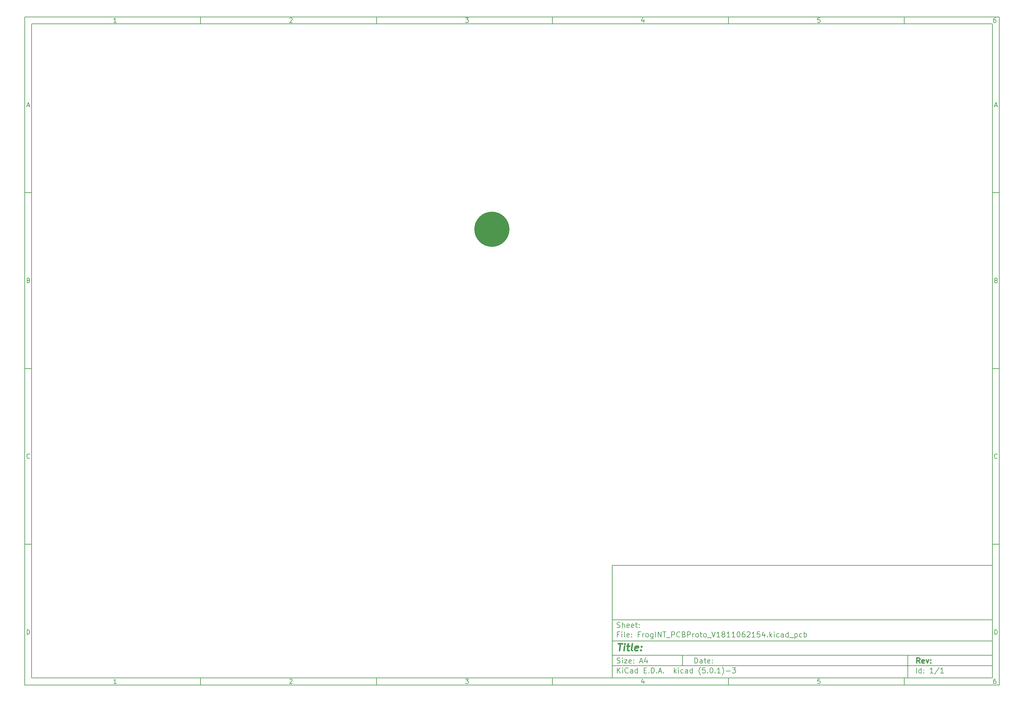
<source format=gbp>
G04 #@! TF.GenerationSoftware,KiCad,Pcbnew,(5.0.1)-3*
G04 #@! TF.CreationDate,2019-01-21T14:12:36+01:00*
G04 #@! TF.ProjectId,FrogINT_PCBProto_V1811062154,46726F67494E545F50434250726F746F,rev?*
G04 #@! TF.SameCoordinates,Original*
G04 #@! TF.FileFunction,Paste,Bot*
G04 #@! TF.FilePolarity,Positive*
%FSLAX46Y46*%
G04 Gerber Fmt 4.6, Leading zero omitted, Abs format (unit mm)*
G04 Created by KiCad (PCBNEW (5.0.1)-3) date 21/01/2019 14:12:36*
%MOMM*%
%LPD*%
G01*
G04 APERTURE LIST*
%ADD10C,0.100000*%
%ADD11C,0.150000*%
%ADD12C,0.300000*%
%ADD13C,0.400000*%
%ADD14C,10.000000*%
G04 APERTURE END LIST*
D10*
D11*
X177002200Y-166007200D02*
X177002200Y-198007200D01*
X285002200Y-198007200D01*
X285002200Y-166007200D01*
X177002200Y-166007200D01*
D10*
D11*
X10000000Y-10000000D02*
X10000000Y-200007200D01*
X287002200Y-200007200D01*
X287002200Y-10000000D01*
X10000000Y-10000000D01*
D10*
D11*
X12000000Y-12000000D02*
X12000000Y-198007200D01*
X285002200Y-198007200D01*
X285002200Y-12000000D01*
X12000000Y-12000000D01*
D10*
D11*
X60000000Y-12000000D02*
X60000000Y-10000000D01*
D10*
D11*
X110000000Y-12000000D02*
X110000000Y-10000000D01*
D10*
D11*
X160000000Y-12000000D02*
X160000000Y-10000000D01*
D10*
D11*
X210000000Y-12000000D02*
X210000000Y-10000000D01*
D10*
D11*
X260000000Y-12000000D02*
X260000000Y-10000000D01*
D10*
D11*
X36065476Y-11588095D02*
X35322619Y-11588095D01*
X35694047Y-11588095D02*
X35694047Y-10288095D01*
X35570238Y-10473809D01*
X35446428Y-10597619D01*
X35322619Y-10659523D01*
D10*
D11*
X85322619Y-10411904D02*
X85384523Y-10350000D01*
X85508333Y-10288095D01*
X85817857Y-10288095D01*
X85941666Y-10350000D01*
X86003571Y-10411904D01*
X86065476Y-10535714D01*
X86065476Y-10659523D01*
X86003571Y-10845238D01*
X85260714Y-11588095D01*
X86065476Y-11588095D01*
D10*
D11*
X135260714Y-10288095D02*
X136065476Y-10288095D01*
X135632142Y-10783333D01*
X135817857Y-10783333D01*
X135941666Y-10845238D01*
X136003571Y-10907142D01*
X136065476Y-11030952D01*
X136065476Y-11340476D01*
X136003571Y-11464285D01*
X135941666Y-11526190D01*
X135817857Y-11588095D01*
X135446428Y-11588095D01*
X135322619Y-11526190D01*
X135260714Y-11464285D01*
D10*
D11*
X185941666Y-10721428D02*
X185941666Y-11588095D01*
X185632142Y-10226190D02*
X185322619Y-11154761D01*
X186127380Y-11154761D01*
D10*
D11*
X236003571Y-10288095D02*
X235384523Y-10288095D01*
X235322619Y-10907142D01*
X235384523Y-10845238D01*
X235508333Y-10783333D01*
X235817857Y-10783333D01*
X235941666Y-10845238D01*
X236003571Y-10907142D01*
X236065476Y-11030952D01*
X236065476Y-11340476D01*
X236003571Y-11464285D01*
X235941666Y-11526190D01*
X235817857Y-11588095D01*
X235508333Y-11588095D01*
X235384523Y-11526190D01*
X235322619Y-11464285D01*
D10*
D11*
X285941666Y-10288095D02*
X285694047Y-10288095D01*
X285570238Y-10350000D01*
X285508333Y-10411904D01*
X285384523Y-10597619D01*
X285322619Y-10845238D01*
X285322619Y-11340476D01*
X285384523Y-11464285D01*
X285446428Y-11526190D01*
X285570238Y-11588095D01*
X285817857Y-11588095D01*
X285941666Y-11526190D01*
X286003571Y-11464285D01*
X286065476Y-11340476D01*
X286065476Y-11030952D01*
X286003571Y-10907142D01*
X285941666Y-10845238D01*
X285817857Y-10783333D01*
X285570238Y-10783333D01*
X285446428Y-10845238D01*
X285384523Y-10907142D01*
X285322619Y-11030952D01*
D10*
D11*
X60000000Y-198007200D02*
X60000000Y-200007200D01*
D10*
D11*
X110000000Y-198007200D02*
X110000000Y-200007200D01*
D10*
D11*
X160000000Y-198007200D02*
X160000000Y-200007200D01*
D10*
D11*
X210000000Y-198007200D02*
X210000000Y-200007200D01*
D10*
D11*
X260000000Y-198007200D02*
X260000000Y-200007200D01*
D10*
D11*
X36065476Y-199595295D02*
X35322619Y-199595295D01*
X35694047Y-199595295D02*
X35694047Y-198295295D01*
X35570238Y-198481009D01*
X35446428Y-198604819D01*
X35322619Y-198666723D01*
D10*
D11*
X85322619Y-198419104D02*
X85384523Y-198357200D01*
X85508333Y-198295295D01*
X85817857Y-198295295D01*
X85941666Y-198357200D01*
X86003571Y-198419104D01*
X86065476Y-198542914D01*
X86065476Y-198666723D01*
X86003571Y-198852438D01*
X85260714Y-199595295D01*
X86065476Y-199595295D01*
D10*
D11*
X135260714Y-198295295D02*
X136065476Y-198295295D01*
X135632142Y-198790533D01*
X135817857Y-198790533D01*
X135941666Y-198852438D01*
X136003571Y-198914342D01*
X136065476Y-199038152D01*
X136065476Y-199347676D01*
X136003571Y-199471485D01*
X135941666Y-199533390D01*
X135817857Y-199595295D01*
X135446428Y-199595295D01*
X135322619Y-199533390D01*
X135260714Y-199471485D01*
D10*
D11*
X185941666Y-198728628D02*
X185941666Y-199595295D01*
X185632142Y-198233390D02*
X185322619Y-199161961D01*
X186127380Y-199161961D01*
D10*
D11*
X236003571Y-198295295D02*
X235384523Y-198295295D01*
X235322619Y-198914342D01*
X235384523Y-198852438D01*
X235508333Y-198790533D01*
X235817857Y-198790533D01*
X235941666Y-198852438D01*
X236003571Y-198914342D01*
X236065476Y-199038152D01*
X236065476Y-199347676D01*
X236003571Y-199471485D01*
X235941666Y-199533390D01*
X235817857Y-199595295D01*
X235508333Y-199595295D01*
X235384523Y-199533390D01*
X235322619Y-199471485D01*
D10*
D11*
X285941666Y-198295295D02*
X285694047Y-198295295D01*
X285570238Y-198357200D01*
X285508333Y-198419104D01*
X285384523Y-198604819D01*
X285322619Y-198852438D01*
X285322619Y-199347676D01*
X285384523Y-199471485D01*
X285446428Y-199533390D01*
X285570238Y-199595295D01*
X285817857Y-199595295D01*
X285941666Y-199533390D01*
X286003571Y-199471485D01*
X286065476Y-199347676D01*
X286065476Y-199038152D01*
X286003571Y-198914342D01*
X285941666Y-198852438D01*
X285817857Y-198790533D01*
X285570238Y-198790533D01*
X285446428Y-198852438D01*
X285384523Y-198914342D01*
X285322619Y-199038152D01*
D10*
D11*
X10000000Y-60000000D02*
X12000000Y-60000000D01*
D10*
D11*
X10000000Y-110000000D02*
X12000000Y-110000000D01*
D10*
D11*
X10000000Y-160000000D02*
X12000000Y-160000000D01*
D10*
D11*
X10690476Y-35216666D02*
X11309523Y-35216666D01*
X10566666Y-35588095D02*
X11000000Y-34288095D01*
X11433333Y-35588095D01*
D10*
D11*
X11092857Y-84907142D02*
X11278571Y-84969047D01*
X11340476Y-85030952D01*
X11402380Y-85154761D01*
X11402380Y-85340476D01*
X11340476Y-85464285D01*
X11278571Y-85526190D01*
X11154761Y-85588095D01*
X10659523Y-85588095D01*
X10659523Y-84288095D01*
X11092857Y-84288095D01*
X11216666Y-84350000D01*
X11278571Y-84411904D01*
X11340476Y-84535714D01*
X11340476Y-84659523D01*
X11278571Y-84783333D01*
X11216666Y-84845238D01*
X11092857Y-84907142D01*
X10659523Y-84907142D01*
D10*
D11*
X11402380Y-135464285D02*
X11340476Y-135526190D01*
X11154761Y-135588095D01*
X11030952Y-135588095D01*
X10845238Y-135526190D01*
X10721428Y-135402380D01*
X10659523Y-135278571D01*
X10597619Y-135030952D01*
X10597619Y-134845238D01*
X10659523Y-134597619D01*
X10721428Y-134473809D01*
X10845238Y-134350000D01*
X11030952Y-134288095D01*
X11154761Y-134288095D01*
X11340476Y-134350000D01*
X11402380Y-134411904D01*
D10*
D11*
X10659523Y-185588095D02*
X10659523Y-184288095D01*
X10969047Y-184288095D01*
X11154761Y-184350000D01*
X11278571Y-184473809D01*
X11340476Y-184597619D01*
X11402380Y-184845238D01*
X11402380Y-185030952D01*
X11340476Y-185278571D01*
X11278571Y-185402380D01*
X11154761Y-185526190D01*
X10969047Y-185588095D01*
X10659523Y-185588095D01*
D10*
D11*
X287002200Y-60000000D02*
X285002200Y-60000000D01*
D10*
D11*
X287002200Y-110000000D02*
X285002200Y-110000000D01*
D10*
D11*
X287002200Y-160000000D02*
X285002200Y-160000000D01*
D10*
D11*
X285692676Y-35216666D02*
X286311723Y-35216666D01*
X285568866Y-35588095D02*
X286002200Y-34288095D01*
X286435533Y-35588095D01*
D10*
D11*
X286095057Y-84907142D02*
X286280771Y-84969047D01*
X286342676Y-85030952D01*
X286404580Y-85154761D01*
X286404580Y-85340476D01*
X286342676Y-85464285D01*
X286280771Y-85526190D01*
X286156961Y-85588095D01*
X285661723Y-85588095D01*
X285661723Y-84288095D01*
X286095057Y-84288095D01*
X286218866Y-84350000D01*
X286280771Y-84411904D01*
X286342676Y-84535714D01*
X286342676Y-84659523D01*
X286280771Y-84783333D01*
X286218866Y-84845238D01*
X286095057Y-84907142D01*
X285661723Y-84907142D01*
D10*
D11*
X286404580Y-135464285D02*
X286342676Y-135526190D01*
X286156961Y-135588095D01*
X286033152Y-135588095D01*
X285847438Y-135526190D01*
X285723628Y-135402380D01*
X285661723Y-135278571D01*
X285599819Y-135030952D01*
X285599819Y-134845238D01*
X285661723Y-134597619D01*
X285723628Y-134473809D01*
X285847438Y-134350000D01*
X286033152Y-134288095D01*
X286156961Y-134288095D01*
X286342676Y-134350000D01*
X286404580Y-134411904D01*
D10*
D11*
X285661723Y-185588095D02*
X285661723Y-184288095D01*
X285971247Y-184288095D01*
X286156961Y-184350000D01*
X286280771Y-184473809D01*
X286342676Y-184597619D01*
X286404580Y-184845238D01*
X286404580Y-185030952D01*
X286342676Y-185278571D01*
X286280771Y-185402380D01*
X286156961Y-185526190D01*
X285971247Y-185588095D01*
X285661723Y-185588095D01*
D10*
D11*
X200434342Y-193785771D02*
X200434342Y-192285771D01*
X200791485Y-192285771D01*
X201005771Y-192357200D01*
X201148628Y-192500057D01*
X201220057Y-192642914D01*
X201291485Y-192928628D01*
X201291485Y-193142914D01*
X201220057Y-193428628D01*
X201148628Y-193571485D01*
X201005771Y-193714342D01*
X200791485Y-193785771D01*
X200434342Y-193785771D01*
X202577200Y-193785771D02*
X202577200Y-193000057D01*
X202505771Y-192857200D01*
X202362914Y-192785771D01*
X202077200Y-192785771D01*
X201934342Y-192857200D01*
X202577200Y-193714342D02*
X202434342Y-193785771D01*
X202077200Y-193785771D01*
X201934342Y-193714342D01*
X201862914Y-193571485D01*
X201862914Y-193428628D01*
X201934342Y-193285771D01*
X202077200Y-193214342D01*
X202434342Y-193214342D01*
X202577200Y-193142914D01*
X203077200Y-192785771D02*
X203648628Y-192785771D01*
X203291485Y-192285771D02*
X203291485Y-193571485D01*
X203362914Y-193714342D01*
X203505771Y-193785771D01*
X203648628Y-193785771D01*
X204720057Y-193714342D02*
X204577200Y-193785771D01*
X204291485Y-193785771D01*
X204148628Y-193714342D01*
X204077200Y-193571485D01*
X204077200Y-193000057D01*
X204148628Y-192857200D01*
X204291485Y-192785771D01*
X204577200Y-192785771D01*
X204720057Y-192857200D01*
X204791485Y-193000057D01*
X204791485Y-193142914D01*
X204077200Y-193285771D01*
X205434342Y-193642914D02*
X205505771Y-193714342D01*
X205434342Y-193785771D01*
X205362914Y-193714342D01*
X205434342Y-193642914D01*
X205434342Y-193785771D01*
X205434342Y-192857200D02*
X205505771Y-192928628D01*
X205434342Y-193000057D01*
X205362914Y-192928628D01*
X205434342Y-192857200D01*
X205434342Y-193000057D01*
D10*
D11*
X177002200Y-194507200D02*
X285002200Y-194507200D01*
D10*
D11*
X178434342Y-196585771D02*
X178434342Y-195085771D01*
X179291485Y-196585771D02*
X178648628Y-195728628D01*
X179291485Y-195085771D02*
X178434342Y-195942914D01*
X179934342Y-196585771D02*
X179934342Y-195585771D01*
X179934342Y-195085771D02*
X179862914Y-195157200D01*
X179934342Y-195228628D01*
X180005771Y-195157200D01*
X179934342Y-195085771D01*
X179934342Y-195228628D01*
X181505771Y-196442914D02*
X181434342Y-196514342D01*
X181220057Y-196585771D01*
X181077200Y-196585771D01*
X180862914Y-196514342D01*
X180720057Y-196371485D01*
X180648628Y-196228628D01*
X180577200Y-195942914D01*
X180577200Y-195728628D01*
X180648628Y-195442914D01*
X180720057Y-195300057D01*
X180862914Y-195157200D01*
X181077200Y-195085771D01*
X181220057Y-195085771D01*
X181434342Y-195157200D01*
X181505771Y-195228628D01*
X182791485Y-196585771D02*
X182791485Y-195800057D01*
X182720057Y-195657200D01*
X182577200Y-195585771D01*
X182291485Y-195585771D01*
X182148628Y-195657200D01*
X182791485Y-196514342D02*
X182648628Y-196585771D01*
X182291485Y-196585771D01*
X182148628Y-196514342D01*
X182077200Y-196371485D01*
X182077200Y-196228628D01*
X182148628Y-196085771D01*
X182291485Y-196014342D01*
X182648628Y-196014342D01*
X182791485Y-195942914D01*
X184148628Y-196585771D02*
X184148628Y-195085771D01*
X184148628Y-196514342D02*
X184005771Y-196585771D01*
X183720057Y-196585771D01*
X183577200Y-196514342D01*
X183505771Y-196442914D01*
X183434342Y-196300057D01*
X183434342Y-195871485D01*
X183505771Y-195728628D01*
X183577200Y-195657200D01*
X183720057Y-195585771D01*
X184005771Y-195585771D01*
X184148628Y-195657200D01*
X186005771Y-195800057D02*
X186505771Y-195800057D01*
X186720057Y-196585771D02*
X186005771Y-196585771D01*
X186005771Y-195085771D01*
X186720057Y-195085771D01*
X187362914Y-196442914D02*
X187434342Y-196514342D01*
X187362914Y-196585771D01*
X187291485Y-196514342D01*
X187362914Y-196442914D01*
X187362914Y-196585771D01*
X188077200Y-196585771D02*
X188077200Y-195085771D01*
X188434342Y-195085771D01*
X188648628Y-195157200D01*
X188791485Y-195300057D01*
X188862914Y-195442914D01*
X188934342Y-195728628D01*
X188934342Y-195942914D01*
X188862914Y-196228628D01*
X188791485Y-196371485D01*
X188648628Y-196514342D01*
X188434342Y-196585771D01*
X188077200Y-196585771D01*
X189577200Y-196442914D02*
X189648628Y-196514342D01*
X189577200Y-196585771D01*
X189505771Y-196514342D01*
X189577200Y-196442914D01*
X189577200Y-196585771D01*
X190220057Y-196157200D02*
X190934342Y-196157200D01*
X190077200Y-196585771D02*
X190577200Y-195085771D01*
X191077200Y-196585771D01*
X191577200Y-196442914D02*
X191648628Y-196514342D01*
X191577200Y-196585771D01*
X191505771Y-196514342D01*
X191577200Y-196442914D01*
X191577200Y-196585771D01*
X194577200Y-196585771D02*
X194577200Y-195085771D01*
X194720057Y-196014342D02*
X195148628Y-196585771D01*
X195148628Y-195585771D02*
X194577200Y-196157200D01*
X195791485Y-196585771D02*
X195791485Y-195585771D01*
X195791485Y-195085771D02*
X195720057Y-195157200D01*
X195791485Y-195228628D01*
X195862914Y-195157200D01*
X195791485Y-195085771D01*
X195791485Y-195228628D01*
X197148628Y-196514342D02*
X197005771Y-196585771D01*
X196720057Y-196585771D01*
X196577200Y-196514342D01*
X196505771Y-196442914D01*
X196434342Y-196300057D01*
X196434342Y-195871485D01*
X196505771Y-195728628D01*
X196577200Y-195657200D01*
X196720057Y-195585771D01*
X197005771Y-195585771D01*
X197148628Y-195657200D01*
X198434342Y-196585771D02*
X198434342Y-195800057D01*
X198362914Y-195657200D01*
X198220057Y-195585771D01*
X197934342Y-195585771D01*
X197791485Y-195657200D01*
X198434342Y-196514342D02*
X198291485Y-196585771D01*
X197934342Y-196585771D01*
X197791485Y-196514342D01*
X197720057Y-196371485D01*
X197720057Y-196228628D01*
X197791485Y-196085771D01*
X197934342Y-196014342D01*
X198291485Y-196014342D01*
X198434342Y-195942914D01*
X199791485Y-196585771D02*
X199791485Y-195085771D01*
X199791485Y-196514342D02*
X199648628Y-196585771D01*
X199362914Y-196585771D01*
X199220057Y-196514342D01*
X199148628Y-196442914D01*
X199077200Y-196300057D01*
X199077200Y-195871485D01*
X199148628Y-195728628D01*
X199220057Y-195657200D01*
X199362914Y-195585771D01*
X199648628Y-195585771D01*
X199791485Y-195657200D01*
X202077200Y-197157200D02*
X202005771Y-197085771D01*
X201862914Y-196871485D01*
X201791485Y-196728628D01*
X201720057Y-196514342D01*
X201648628Y-196157200D01*
X201648628Y-195871485D01*
X201720057Y-195514342D01*
X201791485Y-195300057D01*
X201862914Y-195157200D01*
X202005771Y-194942914D01*
X202077200Y-194871485D01*
X203362914Y-195085771D02*
X202648628Y-195085771D01*
X202577200Y-195800057D01*
X202648628Y-195728628D01*
X202791485Y-195657200D01*
X203148628Y-195657200D01*
X203291485Y-195728628D01*
X203362914Y-195800057D01*
X203434342Y-195942914D01*
X203434342Y-196300057D01*
X203362914Y-196442914D01*
X203291485Y-196514342D01*
X203148628Y-196585771D01*
X202791485Y-196585771D01*
X202648628Y-196514342D01*
X202577200Y-196442914D01*
X204077200Y-196442914D02*
X204148628Y-196514342D01*
X204077200Y-196585771D01*
X204005771Y-196514342D01*
X204077200Y-196442914D01*
X204077200Y-196585771D01*
X205077200Y-195085771D02*
X205220057Y-195085771D01*
X205362914Y-195157200D01*
X205434342Y-195228628D01*
X205505771Y-195371485D01*
X205577200Y-195657200D01*
X205577200Y-196014342D01*
X205505771Y-196300057D01*
X205434342Y-196442914D01*
X205362914Y-196514342D01*
X205220057Y-196585771D01*
X205077200Y-196585771D01*
X204934342Y-196514342D01*
X204862914Y-196442914D01*
X204791485Y-196300057D01*
X204720057Y-196014342D01*
X204720057Y-195657200D01*
X204791485Y-195371485D01*
X204862914Y-195228628D01*
X204934342Y-195157200D01*
X205077200Y-195085771D01*
X206220057Y-196442914D02*
X206291485Y-196514342D01*
X206220057Y-196585771D01*
X206148628Y-196514342D01*
X206220057Y-196442914D01*
X206220057Y-196585771D01*
X207720057Y-196585771D02*
X206862914Y-196585771D01*
X207291485Y-196585771D02*
X207291485Y-195085771D01*
X207148628Y-195300057D01*
X207005771Y-195442914D01*
X206862914Y-195514342D01*
X208220057Y-197157200D02*
X208291485Y-197085771D01*
X208434342Y-196871485D01*
X208505771Y-196728628D01*
X208577200Y-196514342D01*
X208648628Y-196157200D01*
X208648628Y-195871485D01*
X208577200Y-195514342D01*
X208505771Y-195300057D01*
X208434342Y-195157200D01*
X208291485Y-194942914D01*
X208220057Y-194871485D01*
X209362914Y-196014342D02*
X210505771Y-196014342D01*
X211077200Y-195085771D02*
X212005771Y-195085771D01*
X211505771Y-195657200D01*
X211720057Y-195657200D01*
X211862914Y-195728628D01*
X211934342Y-195800057D01*
X212005771Y-195942914D01*
X212005771Y-196300057D01*
X211934342Y-196442914D01*
X211862914Y-196514342D01*
X211720057Y-196585771D01*
X211291485Y-196585771D01*
X211148628Y-196514342D01*
X211077200Y-196442914D01*
D10*
D11*
X177002200Y-191507200D02*
X285002200Y-191507200D01*
D10*
D12*
X264411485Y-193785771D02*
X263911485Y-193071485D01*
X263554342Y-193785771D02*
X263554342Y-192285771D01*
X264125771Y-192285771D01*
X264268628Y-192357200D01*
X264340057Y-192428628D01*
X264411485Y-192571485D01*
X264411485Y-192785771D01*
X264340057Y-192928628D01*
X264268628Y-193000057D01*
X264125771Y-193071485D01*
X263554342Y-193071485D01*
X265625771Y-193714342D02*
X265482914Y-193785771D01*
X265197200Y-193785771D01*
X265054342Y-193714342D01*
X264982914Y-193571485D01*
X264982914Y-193000057D01*
X265054342Y-192857200D01*
X265197200Y-192785771D01*
X265482914Y-192785771D01*
X265625771Y-192857200D01*
X265697200Y-193000057D01*
X265697200Y-193142914D01*
X264982914Y-193285771D01*
X266197200Y-192785771D02*
X266554342Y-193785771D01*
X266911485Y-192785771D01*
X267482914Y-193642914D02*
X267554342Y-193714342D01*
X267482914Y-193785771D01*
X267411485Y-193714342D01*
X267482914Y-193642914D01*
X267482914Y-193785771D01*
X267482914Y-192857200D02*
X267554342Y-192928628D01*
X267482914Y-193000057D01*
X267411485Y-192928628D01*
X267482914Y-192857200D01*
X267482914Y-193000057D01*
D10*
D11*
X178362914Y-193714342D02*
X178577200Y-193785771D01*
X178934342Y-193785771D01*
X179077200Y-193714342D01*
X179148628Y-193642914D01*
X179220057Y-193500057D01*
X179220057Y-193357200D01*
X179148628Y-193214342D01*
X179077200Y-193142914D01*
X178934342Y-193071485D01*
X178648628Y-193000057D01*
X178505771Y-192928628D01*
X178434342Y-192857200D01*
X178362914Y-192714342D01*
X178362914Y-192571485D01*
X178434342Y-192428628D01*
X178505771Y-192357200D01*
X178648628Y-192285771D01*
X179005771Y-192285771D01*
X179220057Y-192357200D01*
X179862914Y-193785771D02*
X179862914Y-192785771D01*
X179862914Y-192285771D02*
X179791485Y-192357200D01*
X179862914Y-192428628D01*
X179934342Y-192357200D01*
X179862914Y-192285771D01*
X179862914Y-192428628D01*
X180434342Y-192785771D02*
X181220057Y-192785771D01*
X180434342Y-193785771D01*
X181220057Y-193785771D01*
X182362914Y-193714342D02*
X182220057Y-193785771D01*
X181934342Y-193785771D01*
X181791485Y-193714342D01*
X181720057Y-193571485D01*
X181720057Y-193000057D01*
X181791485Y-192857200D01*
X181934342Y-192785771D01*
X182220057Y-192785771D01*
X182362914Y-192857200D01*
X182434342Y-193000057D01*
X182434342Y-193142914D01*
X181720057Y-193285771D01*
X183077200Y-193642914D02*
X183148628Y-193714342D01*
X183077200Y-193785771D01*
X183005771Y-193714342D01*
X183077200Y-193642914D01*
X183077200Y-193785771D01*
X183077200Y-192857200D02*
X183148628Y-192928628D01*
X183077200Y-193000057D01*
X183005771Y-192928628D01*
X183077200Y-192857200D01*
X183077200Y-193000057D01*
X184862914Y-193357200D02*
X185577200Y-193357200D01*
X184720057Y-193785771D02*
X185220057Y-192285771D01*
X185720057Y-193785771D01*
X186862914Y-192785771D02*
X186862914Y-193785771D01*
X186505771Y-192214342D02*
X186148628Y-193285771D01*
X187077200Y-193285771D01*
D10*
D11*
X263434342Y-196585771D02*
X263434342Y-195085771D01*
X264791485Y-196585771D02*
X264791485Y-195085771D01*
X264791485Y-196514342D02*
X264648628Y-196585771D01*
X264362914Y-196585771D01*
X264220057Y-196514342D01*
X264148628Y-196442914D01*
X264077200Y-196300057D01*
X264077200Y-195871485D01*
X264148628Y-195728628D01*
X264220057Y-195657200D01*
X264362914Y-195585771D01*
X264648628Y-195585771D01*
X264791485Y-195657200D01*
X265505771Y-196442914D02*
X265577200Y-196514342D01*
X265505771Y-196585771D01*
X265434342Y-196514342D01*
X265505771Y-196442914D01*
X265505771Y-196585771D01*
X265505771Y-195657200D02*
X265577200Y-195728628D01*
X265505771Y-195800057D01*
X265434342Y-195728628D01*
X265505771Y-195657200D01*
X265505771Y-195800057D01*
X268148628Y-196585771D02*
X267291485Y-196585771D01*
X267720057Y-196585771D02*
X267720057Y-195085771D01*
X267577200Y-195300057D01*
X267434342Y-195442914D01*
X267291485Y-195514342D01*
X269862914Y-195014342D02*
X268577200Y-196942914D01*
X271148628Y-196585771D02*
X270291485Y-196585771D01*
X270720057Y-196585771D02*
X270720057Y-195085771D01*
X270577200Y-195300057D01*
X270434342Y-195442914D01*
X270291485Y-195514342D01*
D10*
D11*
X177002200Y-187507200D02*
X285002200Y-187507200D01*
D10*
D13*
X178714580Y-188211961D02*
X179857438Y-188211961D01*
X179036009Y-190211961D02*
X179286009Y-188211961D01*
X180274104Y-190211961D02*
X180440771Y-188878628D01*
X180524104Y-188211961D02*
X180416961Y-188307200D01*
X180500295Y-188402438D01*
X180607438Y-188307200D01*
X180524104Y-188211961D01*
X180500295Y-188402438D01*
X181107438Y-188878628D02*
X181869342Y-188878628D01*
X181476485Y-188211961D02*
X181262200Y-189926247D01*
X181333628Y-190116723D01*
X181512200Y-190211961D01*
X181702676Y-190211961D01*
X182655057Y-190211961D02*
X182476485Y-190116723D01*
X182405057Y-189926247D01*
X182619342Y-188211961D01*
X184190771Y-190116723D02*
X183988390Y-190211961D01*
X183607438Y-190211961D01*
X183428866Y-190116723D01*
X183357438Y-189926247D01*
X183452676Y-189164342D01*
X183571723Y-188973866D01*
X183774104Y-188878628D01*
X184155057Y-188878628D01*
X184333628Y-188973866D01*
X184405057Y-189164342D01*
X184381247Y-189354819D01*
X183405057Y-189545295D01*
X185155057Y-190021485D02*
X185238390Y-190116723D01*
X185131247Y-190211961D01*
X185047914Y-190116723D01*
X185155057Y-190021485D01*
X185131247Y-190211961D01*
X185286009Y-188973866D02*
X185369342Y-189069104D01*
X185262200Y-189164342D01*
X185178866Y-189069104D01*
X185286009Y-188973866D01*
X185262200Y-189164342D01*
D10*
D11*
X178934342Y-185600057D02*
X178434342Y-185600057D01*
X178434342Y-186385771D02*
X178434342Y-184885771D01*
X179148628Y-184885771D01*
X179720057Y-186385771D02*
X179720057Y-185385771D01*
X179720057Y-184885771D02*
X179648628Y-184957200D01*
X179720057Y-185028628D01*
X179791485Y-184957200D01*
X179720057Y-184885771D01*
X179720057Y-185028628D01*
X180648628Y-186385771D02*
X180505771Y-186314342D01*
X180434342Y-186171485D01*
X180434342Y-184885771D01*
X181791485Y-186314342D02*
X181648628Y-186385771D01*
X181362914Y-186385771D01*
X181220057Y-186314342D01*
X181148628Y-186171485D01*
X181148628Y-185600057D01*
X181220057Y-185457200D01*
X181362914Y-185385771D01*
X181648628Y-185385771D01*
X181791485Y-185457200D01*
X181862914Y-185600057D01*
X181862914Y-185742914D01*
X181148628Y-185885771D01*
X182505771Y-186242914D02*
X182577200Y-186314342D01*
X182505771Y-186385771D01*
X182434342Y-186314342D01*
X182505771Y-186242914D01*
X182505771Y-186385771D01*
X182505771Y-185457200D02*
X182577200Y-185528628D01*
X182505771Y-185600057D01*
X182434342Y-185528628D01*
X182505771Y-185457200D01*
X182505771Y-185600057D01*
X184862914Y-185600057D02*
X184362914Y-185600057D01*
X184362914Y-186385771D02*
X184362914Y-184885771D01*
X185077200Y-184885771D01*
X185648628Y-186385771D02*
X185648628Y-185385771D01*
X185648628Y-185671485D02*
X185720057Y-185528628D01*
X185791485Y-185457200D01*
X185934342Y-185385771D01*
X186077200Y-185385771D01*
X186791485Y-186385771D02*
X186648628Y-186314342D01*
X186577200Y-186242914D01*
X186505771Y-186100057D01*
X186505771Y-185671485D01*
X186577200Y-185528628D01*
X186648628Y-185457200D01*
X186791485Y-185385771D01*
X187005771Y-185385771D01*
X187148628Y-185457200D01*
X187220057Y-185528628D01*
X187291485Y-185671485D01*
X187291485Y-186100057D01*
X187220057Y-186242914D01*
X187148628Y-186314342D01*
X187005771Y-186385771D01*
X186791485Y-186385771D01*
X188577200Y-185385771D02*
X188577200Y-186600057D01*
X188505771Y-186742914D01*
X188434342Y-186814342D01*
X188291485Y-186885771D01*
X188077200Y-186885771D01*
X187934342Y-186814342D01*
X188577200Y-186314342D02*
X188434342Y-186385771D01*
X188148628Y-186385771D01*
X188005771Y-186314342D01*
X187934342Y-186242914D01*
X187862914Y-186100057D01*
X187862914Y-185671485D01*
X187934342Y-185528628D01*
X188005771Y-185457200D01*
X188148628Y-185385771D01*
X188434342Y-185385771D01*
X188577200Y-185457200D01*
X189291485Y-186385771D02*
X189291485Y-184885771D01*
X190005771Y-186385771D02*
X190005771Y-184885771D01*
X190862914Y-186385771D01*
X190862914Y-184885771D01*
X191362914Y-184885771D02*
X192220057Y-184885771D01*
X191791485Y-186385771D02*
X191791485Y-184885771D01*
X192362914Y-186528628D02*
X193505771Y-186528628D01*
X193862914Y-186385771D02*
X193862914Y-184885771D01*
X194434342Y-184885771D01*
X194577200Y-184957200D01*
X194648628Y-185028628D01*
X194720057Y-185171485D01*
X194720057Y-185385771D01*
X194648628Y-185528628D01*
X194577200Y-185600057D01*
X194434342Y-185671485D01*
X193862914Y-185671485D01*
X196220057Y-186242914D02*
X196148628Y-186314342D01*
X195934342Y-186385771D01*
X195791485Y-186385771D01*
X195577200Y-186314342D01*
X195434342Y-186171485D01*
X195362914Y-186028628D01*
X195291485Y-185742914D01*
X195291485Y-185528628D01*
X195362914Y-185242914D01*
X195434342Y-185100057D01*
X195577200Y-184957200D01*
X195791485Y-184885771D01*
X195934342Y-184885771D01*
X196148628Y-184957200D01*
X196220057Y-185028628D01*
X197362914Y-185600057D02*
X197577200Y-185671485D01*
X197648628Y-185742914D01*
X197720057Y-185885771D01*
X197720057Y-186100057D01*
X197648628Y-186242914D01*
X197577200Y-186314342D01*
X197434342Y-186385771D01*
X196862914Y-186385771D01*
X196862914Y-184885771D01*
X197362914Y-184885771D01*
X197505771Y-184957200D01*
X197577200Y-185028628D01*
X197648628Y-185171485D01*
X197648628Y-185314342D01*
X197577200Y-185457200D01*
X197505771Y-185528628D01*
X197362914Y-185600057D01*
X196862914Y-185600057D01*
X198362914Y-186385771D02*
X198362914Y-184885771D01*
X198934342Y-184885771D01*
X199077200Y-184957200D01*
X199148628Y-185028628D01*
X199220057Y-185171485D01*
X199220057Y-185385771D01*
X199148628Y-185528628D01*
X199077200Y-185600057D01*
X198934342Y-185671485D01*
X198362914Y-185671485D01*
X199862914Y-186385771D02*
X199862914Y-185385771D01*
X199862914Y-185671485D02*
X199934342Y-185528628D01*
X200005771Y-185457200D01*
X200148628Y-185385771D01*
X200291485Y-185385771D01*
X201005771Y-186385771D02*
X200862914Y-186314342D01*
X200791485Y-186242914D01*
X200720057Y-186100057D01*
X200720057Y-185671485D01*
X200791485Y-185528628D01*
X200862914Y-185457200D01*
X201005771Y-185385771D01*
X201220057Y-185385771D01*
X201362914Y-185457200D01*
X201434342Y-185528628D01*
X201505771Y-185671485D01*
X201505771Y-186100057D01*
X201434342Y-186242914D01*
X201362914Y-186314342D01*
X201220057Y-186385771D01*
X201005771Y-186385771D01*
X201934342Y-185385771D02*
X202505771Y-185385771D01*
X202148628Y-184885771D02*
X202148628Y-186171485D01*
X202220057Y-186314342D01*
X202362914Y-186385771D01*
X202505771Y-186385771D01*
X203220057Y-186385771D02*
X203077200Y-186314342D01*
X203005771Y-186242914D01*
X202934342Y-186100057D01*
X202934342Y-185671485D01*
X203005771Y-185528628D01*
X203077200Y-185457200D01*
X203220057Y-185385771D01*
X203434342Y-185385771D01*
X203577200Y-185457200D01*
X203648628Y-185528628D01*
X203720057Y-185671485D01*
X203720057Y-186100057D01*
X203648628Y-186242914D01*
X203577200Y-186314342D01*
X203434342Y-186385771D01*
X203220057Y-186385771D01*
X204005771Y-186528628D02*
X205148628Y-186528628D01*
X205291485Y-184885771D02*
X205791485Y-186385771D01*
X206291485Y-184885771D01*
X207577200Y-186385771D02*
X206720057Y-186385771D01*
X207148628Y-186385771D02*
X207148628Y-184885771D01*
X207005771Y-185100057D01*
X206862914Y-185242914D01*
X206720057Y-185314342D01*
X208434342Y-185528628D02*
X208291485Y-185457200D01*
X208220057Y-185385771D01*
X208148628Y-185242914D01*
X208148628Y-185171485D01*
X208220057Y-185028628D01*
X208291485Y-184957200D01*
X208434342Y-184885771D01*
X208720057Y-184885771D01*
X208862914Y-184957200D01*
X208934342Y-185028628D01*
X209005771Y-185171485D01*
X209005771Y-185242914D01*
X208934342Y-185385771D01*
X208862914Y-185457200D01*
X208720057Y-185528628D01*
X208434342Y-185528628D01*
X208291485Y-185600057D01*
X208220057Y-185671485D01*
X208148628Y-185814342D01*
X208148628Y-186100057D01*
X208220057Y-186242914D01*
X208291485Y-186314342D01*
X208434342Y-186385771D01*
X208720057Y-186385771D01*
X208862914Y-186314342D01*
X208934342Y-186242914D01*
X209005771Y-186100057D01*
X209005771Y-185814342D01*
X208934342Y-185671485D01*
X208862914Y-185600057D01*
X208720057Y-185528628D01*
X210434342Y-186385771D02*
X209577200Y-186385771D01*
X210005771Y-186385771D02*
X210005771Y-184885771D01*
X209862914Y-185100057D01*
X209720057Y-185242914D01*
X209577200Y-185314342D01*
X211862914Y-186385771D02*
X211005771Y-186385771D01*
X211434342Y-186385771D02*
X211434342Y-184885771D01*
X211291485Y-185100057D01*
X211148628Y-185242914D01*
X211005771Y-185314342D01*
X212791485Y-184885771D02*
X212934342Y-184885771D01*
X213077200Y-184957200D01*
X213148628Y-185028628D01*
X213220057Y-185171485D01*
X213291485Y-185457200D01*
X213291485Y-185814342D01*
X213220057Y-186100057D01*
X213148628Y-186242914D01*
X213077200Y-186314342D01*
X212934342Y-186385771D01*
X212791485Y-186385771D01*
X212648628Y-186314342D01*
X212577200Y-186242914D01*
X212505771Y-186100057D01*
X212434342Y-185814342D01*
X212434342Y-185457200D01*
X212505771Y-185171485D01*
X212577200Y-185028628D01*
X212648628Y-184957200D01*
X212791485Y-184885771D01*
X214577200Y-184885771D02*
X214291485Y-184885771D01*
X214148628Y-184957200D01*
X214077200Y-185028628D01*
X213934342Y-185242914D01*
X213862914Y-185528628D01*
X213862914Y-186100057D01*
X213934342Y-186242914D01*
X214005771Y-186314342D01*
X214148628Y-186385771D01*
X214434342Y-186385771D01*
X214577200Y-186314342D01*
X214648628Y-186242914D01*
X214720057Y-186100057D01*
X214720057Y-185742914D01*
X214648628Y-185600057D01*
X214577200Y-185528628D01*
X214434342Y-185457200D01*
X214148628Y-185457200D01*
X214005771Y-185528628D01*
X213934342Y-185600057D01*
X213862914Y-185742914D01*
X215291485Y-185028628D02*
X215362914Y-184957200D01*
X215505771Y-184885771D01*
X215862914Y-184885771D01*
X216005771Y-184957200D01*
X216077200Y-185028628D01*
X216148628Y-185171485D01*
X216148628Y-185314342D01*
X216077200Y-185528628D01*
X215220057Y-186385771D01*
X216148628Y-186385771D01*
X217577200Y-186385771D02*
X216720057Y-186385771D01*
X217148628Y-186385771D02*
X217148628Y-184885771D01*
X217005771Y-185100057D01*
X216862914Y-185242914D01*
X216720057Y-185314342D01*
X218934342Y-184885771D02*
X218220057Y-184885771D01*
X218148628Y-185600057D01*
X218220057Y-185528628D01*
X218362914Y-185457200D01*
X218720057Y-185457200D01*
X218862914Y-185528628D01*
X218934342Y-185600057D01*
X219005771Y-185742914D01*
X219005771Y-186100057D01*
X218934342Y-186242914D01*
X218862914Y-186314342D01*
X218720057Y-186385771D01*
X218362914Y-186385771D01*
X218220057Y-186314342D01*
X218148628Y-186242914D01*
X220291485Y-185385771D02*
X220291485Y-186385771D01*
X219934342Y-184814342D02*
X219577200Y-185885771D01*
X220505771Y-185885771D01*
X221077200Y-186242914D02*
X221148628Y-186314342D01*
X221077200Y-186385771D01*
X221005771Y-186314342D01*
X221077200Y-186242914D01*
X221077200Y-186385771D01*
X221791485Y-186385771D02*
X221791485Y-184885771D01*
X221934342Y-185814342D02*
X222362914Y-186385771D01*
X222362914Y-185385771D02*
X221791485Y-185957200D01*
X223005771Y-186385771D02*
X223005771Y-185385771D01*
X223005771Y-184885771D02*
X222934342Y-184957200D01*
X223005771Y-185028628D01*
X223077200Y-184957200D01*
X223005771Y-184885771D01*
X223005771Y-185028628D01*
X224362914Y-186314342D02*
X224220057Y-186385771D01*
X223934342Y-186385771D01*
X223791485Y-186314342D01*
X223720057Y-186242914D01*
X223648628Y-186100057D01*
X223648628Y-185671485D01*
X223720057Y-185528628D01*
X223791485Y-185457200D01*
X223934342Y-185385771D01*
X224220057Y-185385771D01*
X224362914Y-185457200D01*
X225648628Y-186385771D02*
X225648628Y-185600057D01*
X225577200Y-185457200D01*
X225434342Y-185385771D01*
X225148628Y-185385771D01*
X225005771Y-185457200D01*
X225648628Y-186314342D02*
X225505771Y-186385771D01*
X225148628Y-186385771D01*
X225005771Y-186314342D01*
X224934342Y-186171485D01*
X224934342Y-186028628D01*
X225005771Y-185885771D01*
X225148628Y-185814342D01*
X225505771Y-185814342D01*
X225648628Y-185742914D01*
X227005771Y-186385771D02*
X227005771Y-184885771D01*
X227005771Y-186314342D02*
X226862914Y-186385771D01*
X226577200Y-186385771D01*
X226434342Y-186314342D01*
X226362914Y-186242914D01*
X226291485Y-186100057D01*
X226291485Y-185671485D01*
X226362914Y-185528628D01*
X226434342Y-185457200D01*
X226577200Y-185385771D01*
X226862914Y-185385771D01*
X227005771Y-185457200D01*
X227362914Y-186528628D02*
X228505771Y-186528628D01*
X228862914Y-185385771D02*
X228862914Y-186885771D01*
X228862914Y-185457200D02*
X229005771Y-185385771D01*
X229291485Y-185385771D01*
X229434342Y-185457200D01*
X229505771Y-185528628D01*
X229577200Y-185671485D01*
X229577200Y-186100057D01*
X229505771Y-186242914D01*
X229434342Y-186314342D01*
X229291485Y-186385771D01*
X229005771Y-186385771D01*
X228862914Y-186314342D01*
X230862914Y-186314342D02*
X230720057Y-186385771D01*
X230434342Y-186385771D01*
X230291485Y-186314342D01*
X230220057Y-186242914D01*
X230148628Y-186100057D01*
X230148628Y-185671485D01*
X230220057Y-185528628D01*
X230291485Y-185457200D01*
X230434342Y-185385771D01*
X230720057Y-185385771D01*
X230862914Y-185457200D01*
X231505771Y-186385771D02*
X231505771Y-184885771D01*
X231505771Y-185457200D02*
X231648628Y-185385771D01*
X231934342Y-185385771D01*
X232077200Y-185457200D01*
X232148628Y-185528628D01*
X232220057Y-185671485D01*
X232220057Y-186100057D01*
X232148628Y-186242914D01*
X232077200Y-186314342D01*
X231934342Y-186385771D01*
X231648628Y-186385771D01*
X231505771Y-186314342D01*
D10*
D11*
X177002200Y-181507200D02*
X285002200Y-181507200D01*
D10*
D11*
X178362914Y-183614342D02*
X178577200Y-183685771D01*
X178934342Y-183685771D01*
X179077200Y-183614342D01*
X179148628Y-183542914D01*
X179220057Y-183400057D01*
X179220057Y-183257200D01*
X179148628Y-183114342D01*
X179077200Y-183042914D01*
X178934342Y-182971485D01*
X178648628Y-182900057D01*
X178505771Y-182828628D01*
X178434342Y-182757200D01*
X178362914Y-182614342D01*
X178362914Y-182471485D01*
X178434342Y-182328628D01*
X178505771Y-182257200D01*
X178648628Y-182185771D01*
X179005771Y-182185771D01*
X179220057Y-182257200D01*
X179862914Y-183685771D02*
X179862914Y-182185771D01*
X180505771Y-183685771D02*
X180505771Y-182900057D01*
X180434342Y-182757200D01*
X180291485Y-182685771D01*
X180077200Y-182685771D01*
X179934342Y-182757200D01*
X179862914Y-182828628D01*
X181791485Y-183614342D02*
X181648628Y-183685771D01*
X181362914Y-183685771D01*
X181220057Y-183614342D01*
X181148628Y-183471485D01*
X181148628Y-182900057D01*
X181220057Y-182757200D01*
X181362914Y-182685771D01*
X181648628Y-182685771D01*
X181791485Y-182757200D01*
X181862914Y-182900057D01*
X181862914Y-183042914D01*
X181148628Y-183185771D01*
X183077200Y-183614342D02*
X182934342Y-183685771D01*
X182648628Y-183685771D01*
X182505771Y-183614342D01*
X182434342Y-183471485D01*
X182434342Y-182900057D01*
X182505771Y-182757200D01*
X182648628Y-182685771D01*
X182934342Y-182685771D01*
X183077200Y-182757200D01*
X183148628Y-182900057D01*
X183148628Y-183042914D01*
X182434342Y-183185771D01*
X183577200Y-182685771D02*
X184148628Y-182685771D01*
X183791485Y-182185771D02*
X183791485Y-183471485D01*
X183862914Y-183614342D01*
X184005771Y-183685771D01*
X184148628Y-183685771D01*
X184648628Y-183542914D02*
X184720057Y-183614342D01*
X184648628Y-183685771D01*
X184577200Y-183614342D01*
X184648628Y-183542914D01*
X184648628Y-183685771D01*
X184648628Y-182757200D02*
X184720057Y-182828628D01*
X184648628Y-182900057D01*
X184577200Y-182828628D01*
X184648628Y-182757200D01*
X184648628Y-182900057D01*
D10*
D11*
X197002200Y-191507200D02*
X197002200Y-194507200D01*
D10*
D11*
X261002200Y-191507200D02*
X261002200Y-198007200D01*
D14*
G04 #@! TO.C,TS1*
X142748000Y-70358000D03*
G04 #@! TD*
M02*

</source>
